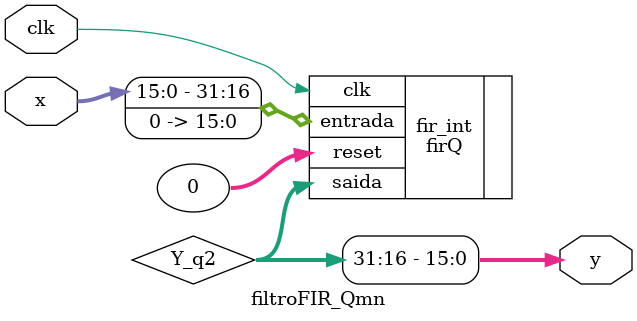
<source format=v>
module filtroFIR_Qmn (	input 		clk, 
								input 		[15:0] x,
								output 		[15:0] y); 		

wire [31:0] Y_q2;
assign y[15:0] = Y_q2[31:16];

firQ fir_int (.clk(clk), 
				.reset(0),
				.entrada({x, 16'd0}),
				.saida(Y_q2)
				);

endmodule

</source>
